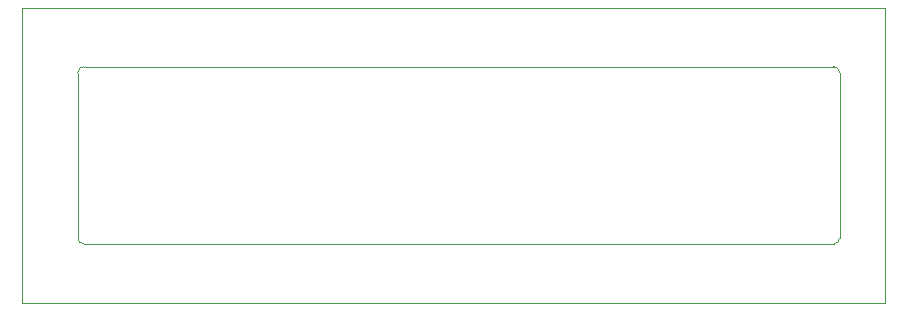
<source format=gbr>
G04 #@! TF.GenerationSoftware,KiCad,Pcbnew,(5.1.5)-3*
G04 #@! TF.CreationDate,2020-03-11T18:50:25+01:00*
G04 #@! TF.ProjectId,BE6502 SBC,42453635-3032-4205-9342-432e6b696361,rev?*
G04 #@! TF.SameCoordinates,Original*
G04 #@! TF.FileFunction,OtherDrawing,Comment*
%FSLAX46Y46*%
G04 Gerber Fmt 4.6, Leading zero omitted, Abs format (unit mm)*
G04 Created by KiCad (PCBNEW (5.1.5)-3) date 2020-03-11 18:50:25*
%MOMM*%
%LPD*%
G04 APERTURE LIST*
%ADD10C,0.120000*%
G04 APERTURE END LIST*
D10*
X119580000Y-58800000D02*
X183080000Y-58800000D01*
X119080280Y-73299320D02*
X119080280Y-59300000D01*
X183080660Y-73800000D02*
X119580000Y-73800000D01*
X183580000Y-59300000D02*
X183580000Y-73300000D01*
X183580000Y-59300000D02*
G75*
G03X183080000Y-58800000I-500000J0D01*
G01*
X183080660Y-73799700D02*
G75*
G03X183581040Y-73299320I0J500380D01*
G01*
X119080280Y-73299320D02*
G75*
G03X119580660Y-73799700I500380J0D01*
G01*
X119580660Y-58798460D02*
G75*
G03X119080280Y-59298840I0J-500380D01*
G01*
X114380000Y-53800000D02*
X187380000Y-53800000D01*
X187380000Y-53800000D02*
X187380000Y-78800000D01*
X187380000Y-78800000D02*
X114380000Y-78800000D01*
X114380000Y-78800000D02*
X114380000Y-53800000D01*
M02*

</source>
